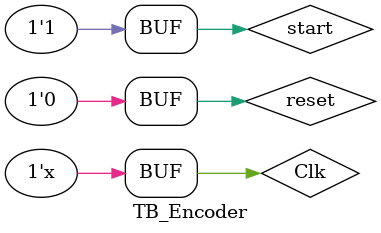
<source format=v>
`timescale 1ns / 1ps


module TB_Encoder;

	// Inputs
	reg reset;
	reg Clk;
	reg start;

	// Outputs
	wire [2:0] Code;
	wire [5:0] start_x;
	wire [5:0] start_y;
	wire [11:0] Area;
	wire [7:0] Perimiter;
	wire Done;
	wire Error;

	// Instantiate the Unit Under Test (UUT)
	Encoder uut (
		.reset(reset), 
		.Clk(Clk), 
		.start(start), 
		.Code(Code), 
		.start_x(start_x), 
		.start_y(start_y), 
		.Area(Area), 
		.Perimiter(Perimiter), 
		.Done(Done), 
		.Error(Error)
	);

	initial begin

		reset = 1;
		Clk = 0; 
		start = 1;

		#16;
        
		reset = 0;
	end
      
		
	always #1 Clk = ~Clk;
endmodule


</source>
